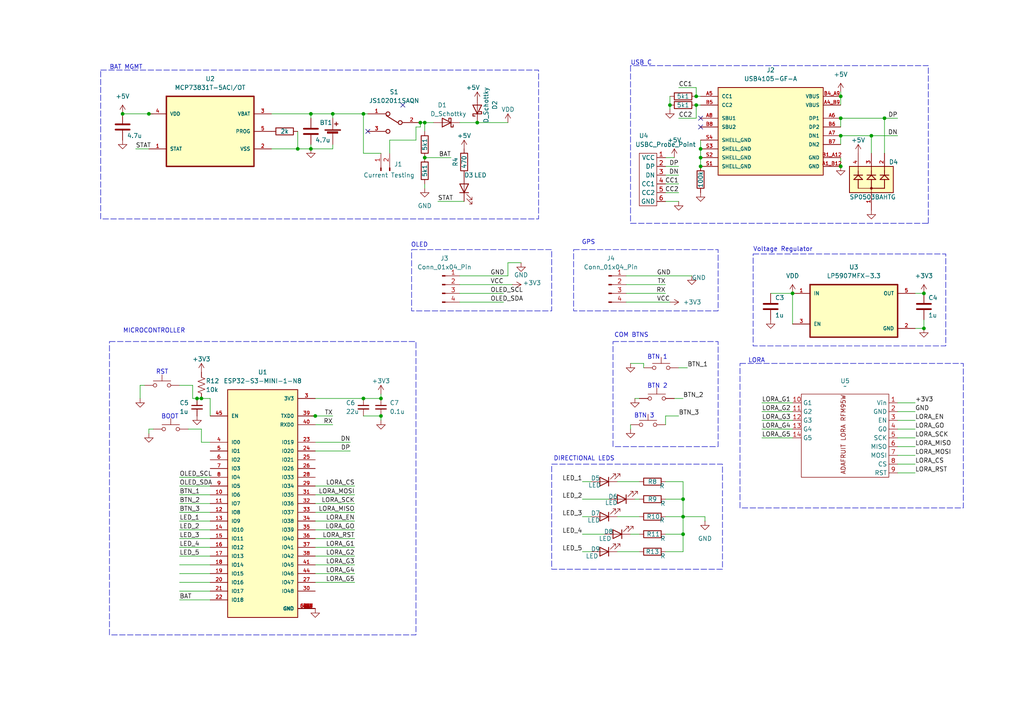
<source format=kicad_sch>
(kicad_sch (version 20231120) (generator "eeschema") (generator_version "8.0")
  (paper "A4")
  (lib_symbols
    (symbol "+3V3_1" (power) (pin_numbers hide) (pin_names (offset 0) hide)
      (property "Value" "+3V3" (at 0 3.556 0))
      (symbol "+3V3_1_1_1"
        (pin power_in line (at 0 0 90) (length 0) (name "~") (number "1"))
      )
    )
    (symbol "3V3Reg:LP5907MFX-3.3" (pin_names (offset 1.016))
      (property "Reference" "U" (at -12.7 8.62 0))
      (property "Value" "LP5907MFX-3.3" (at -7.62 -10.16 0))
      (symbol "LP5907MFX-3.3_0_0"
        (pin input line (at -17.78 5.08 0) (length 5.08) (name "IN") (number "1"))
        (pin power_in line (at 17.78 -5.08 180) (length 5.08) (name "GND") (number "2"))
        (pin input line (at -17.78 -3.81 0) (length 5.08) (name "EN") (number "3"))
        (pin output line (at 17.78 5.08 180) (length 5.08) (name "OUT") (number "5"))
      )
    )
    (symbol "Ada_LORA:Lora"
      (property "Reference" "U5" (at 12.7 3.81 0))
      (property "Value" "~" (at 12.7 2.286 0))
      (symbol "Lora_1_1"
        (text "ADAFRUIT LORA RFM95W" (at 12.192 -11.684 900) (effects (font (size 1.27 1.27))))
        (pin input line (at 27.94 -2.54 180) (length 2.54) (name "Vin") (number "1"))
        (pin input line (at -2.54 -2.54 0) (length 2.54) (name "G1") (number "10"))
        (pin input line (at -2.54 -5.08 0) (length 2.54) (name "G2") (number "11"))
        (pin input line (at -2.54 -7.62 0) (length 2.54) (name "G3") (number "12"))
        (pin input line (at -2.54 -10.16 0) (length 2.54) (name "G4") (number "13"))
        (pin input line (at -2.54 -12.7 0) (length 2.54) (name "G5") (number "14"))
        (pin input line (at 27.94 -5.08 180) (length 2.54) (name "GND") (number "2"))
        (pin input line (at 27.94 -7.62 180) (length 2.54) (name "EN") (number "3"))
        (pin input line (at 27.94 -10.16 180) (length 2.54) (name "G0") (number "4"))
        (pin input line (at 27.94 -12.7 180) (length 2.54) (name "SCK") (number "5"))
        (pin input line (at 27.94 -15.24 180) (length 2.54) (name "MISO") (number "6"))
        (pin input line (at 27.94 -17.78 180) (length 2.54) (name "MOSI") (number "7"))
        (pin input line (at 27.94 -20.32 180) (length 2.54) (name "CS") (number "8"))
        (pin input line (at 27.94 -22.86 180) (length 2.54) (name "RST") (number "9"))
      )
    )
    (symbol "Connector:Conn_01x02_Male" (pin_names (offset 1.016) hide)
      (property "Reference" "J" (at 0 2.54 0))
      (property "Value" "Conn_01x02_Male" (at 0 -5.08 0))
      (symbol "Conn_01x02_Male_1_1"
        (pin passive line (at 5.08 0 180) (length 3.81) (name "Pin_1") (number "1"))
        (pin passive line (at 5.08 -2.54 180) (length 3.81) (name "Pin_2") (number "2"))
      )
    )
    (symbol "Connector:Conn_01x04_Pin" (pin_names (offset 1.016) hide)
      (property "Reference" "J" (at 0 5.08 0))
      (property "Value" "Conn_01x04_Pin" (at 0 -7.62 0))
      (symbol "Conn_01x04_Pin_1_1"
        (pin passive line (at 5.08 2.54 180) (length 3.81) (name "Pin_1") (number "1"))
        (pin passive line (at 5.08 0 180) (length 3.81) (name "Pin_2") (number "2"))
        (pin passive line (at 5.08 -2.54 180) (length 3.81) (name "Pin_3") (number "3"))
        (pin passive line (at 5.08 -5.08 180) (length 3.81) (name "Pin_4") (number "4"))
      )
    )
    (symbol "Custom Symbols:ESP32-S3-MINI-1-N8" (pin_names (offset 1.016))
      (property "Reference" "U" (at -10.16 34.29 0))
      (property "Value" "ESP32-S3-MINI-1-N8" (at -10.16 -35.56 0))
      (symbol "ESP32-S3-MINI-1-N8_0_0"
        (pin power_in line (at 15.24 -30.48 180) (length 5.08) (name "GND") (number "1"))
        (pin bidirectional line (at -15.24 2.54 0) (length 5.08) (name "IO6") (number "10"))
        (pin bidirectional line (at -15.24 0 0) (length 5.08) (name "IO7") (number "11"))
        (pin bidirectional line (at -15.24 -2.54 0) (length 5.08) (name "IO8") (number "12"))
        (pin bidirectional line (at -15.24 -5.08 0) (length 5.08) (name "IO9") (number "13"))
        (pin bidirectional line (at -15.24 -7.62 0) (length 5.08) (name "IO10") (number "14"))
        (pin bidirectional line (at -15.24 -10.16 0) (length 5.08) (name "IO11") (number "15"))
        (pin bidirectional line (at -15.24 -12.7 0) (length 5.08) (name "IO12") (number "16"))
        (pin bidirectional line (at -15.24 -15.24 0) (length 5.08) (name "IO13") (number "17"))
        (pin bidirectional line (at -15.24 -17.78 0) (length 5.08) (name "IO14") (number "18"))
        (pin bidirectional line (at -15.24 -20.32 0) (length 5.08) (name "IO15") (number "19"))
        (pin power_in line (at 15.24 -30.48 180) (length 5.08) (name "GND") (number "2"))
        (pin bidirectional line (at -15.24 -22.86 0) (length 5.08) (name "IO16") (number "20"))
        (pin bidirectional line (at -15.24 -25.4 0) (length 5.08) (name "IO17") (number "21"))
        (pin bidirectional line (at -15.24 -27.94 0) (length 5.08) (name "IO18") (number "22"))
        (pin bidirectional line (at 15.24 17.78 180) (length 5.08) (name "IO19") (number "23"))
        (pin bidirectional line (at 15.24 15.24 180) (length 5.08) (name "IO20") (number "24"))
        (pin bidirectional line (at 15.24 12.7 180) (length 5.08) (name "IO21") (number "25"))
        (pin bidirectional line (at 15.24 10.16 180) (length 5.08) (name "IO26") (number "26"))
        (pin bidirectional line (at 15.24 -22.86 180) (length 5.08) (name "IO47") (number "27"))
        (pin bidirectional line (at 15.24 7.62 180) (length 5.08) (name "IO33") (number "28"))
        (pin bidirectional line (at 15.24 5.08 180) (length 5.08) (name "IO34") (number "29"))
        (pin power_in line (at 15.24 30.48 180) (length 5.08) (name "3V3") (number "3"))
        (pin bidirectional line (at 15.24 -25.4 180) (length 5.08) (name "IO48") (number "30"))
        (pin bidirectional line (at 15.24 2.54 180) (length 5.08) (name "IO35") (number "31"))
        (pin bidirectional line (at 15.24 0 180) (length 5.08) (name "IO36") (number "32"))
        (pin bidirectional line (at 15.24 -2.54 180) (length 5.08) (name "IO37") (number "33"))
        (pin bidirectional line (at 15.24 -5.08 180) (length 5.08) (name "IO38") (number "34"))
        (pin bidirectional line (at 15.24 -7.62 180) (length 5.08) (name "IO39") (number "35"))
        (pin bidirectional line (at 15.24 -10.16 180) (length 5.08) (name "IO40") (number "36"))
        (pin bidirectional line (at 15.24 -12.7 180) (length 5.08) (name "IO41") (number "37"))
        (pin bidirectional line (at 15.24 -15.24 180) (length 5.08) (name "IO42") (number "38"))
        (pin bidirectional line (at 15.24 25.4 180) (length 5.08) (name "TXD0") (number "39"))
        (pin bidirectional line (at -15.24 17.78 0) (length 5.08) (name "IO0") (number "4"))
        (pin bidirectional line (at 15.24 22.86 180) (length 5.08) (name "RXD0") (number "40"))
        (pin bidirectional line (at 15.24 -17.78 180) (length 5.08) (name "IO45") (number "41"))
        (pin power_in line (at 15.24 -30.48 180) (length 5.08) (name "GND") (number "42"))
        (pin power_in line (at 15.24 -30.48 180) (length 5.08) (name "GND") (number "43"))
        (pin bidirectional line (at 15.24 -20.32 180) (length 5.08) (name "IO46") (number "44"))
        (pin input line (at -15.24 25.4 0) (length 5.08) (name "EN") (number "45"))
        (pin power_in line (at 15.24 -30.48 180) (length 5.08) (name "GND") (number "46"))
        (pin power_in line (at 15.24 -30.48 180) (length 5.08) (name "GND") (number "47"))
        (pin power_in line (at 15.24 -30.48 180) (length 5.08) (name "GND") (number "48"))
        (pin power_in line (at 15.24 -30.48 180) (length 5.08) (name "GND") (number "49"))
        (pin bidirectional line (at -15.24 15.24 0) (length 5.08) (name "IO1") (number "5"))
        (pin power_in line (at 15.24 -30.48 180) (length 5.08) (name "GND") (number "50"))
        (pin power_in line (at 15.24 -30.48 180) (length 5.08) (name "GND") (number "51"))
        (pin power_in line (at 15.24 -30.48 180) (length 5.08) (name "GND") (number "52"))
        (pin power_in line (at 15.24 -30.48 180) (length 5.08) (name "GND") (number "53"))
        (pin power_in line (at 15.24 -30.48 180) (length 5.08) (name "GND") (number "54"))
        (pin power_in line (at 15.24 -30.48 180) (length 5.08) (name "GND") (number "55"))
        (pin power_in line (at 15.24 -30.48 180) (length 5.08) (name "GND") (number "56"))
        (pin power_in line (at 15.24 -30.48 180) (length 5.08) (name "GND") (number "57"))
        (pin power_in line (at 15.24 -30.48 180) (length 5.08) (name "GND") (number "58"))
        (pin power_in line (at 15.24 -30.48 180) (length 5.08) (name "GND") (number "59"))
        (pin bidirectional line (at -15.24 12.7 0) (length 5.08) (name "IO2") (number "6"))
        (pin power_in line (at 15.24 -30.48 180) (length 5.08) (name "GND") (number "60"))
        (pin power_in line (at 15.24 -30.48 180) (length 5.08) (name "GND") (number "61"))
        (pin power_in line (at 15.24 -30.48 180) (length 5.08) (name "GND") (number "61_1"))
        (pin power_in line (at 15.24 -30.48 180) (length 5.08) (name "GND") (number "61_2"))
        (pin power_in line (at 15.24 -30.48 180) (length 5.08) (name "GND") (number "61_3"))
        (pin power_in line (at 15.24 -30.48 180) (length 5.08) (name "GND") (number "61_4"))
        (pin power_in line (at 15.24 -30.48 180) (length 5.08) (name "GND") (number "61_5"))
        (pin power_in line (at 15.24 -30.48 180) (length 5.08) (name "GND") (number "61_6"))
        (pin power_in line (at 15.24 -30.48 180) (length 5.08) (name "GND") (number "61_7"))
        (pin power_in line (at 15.24 -30.48 180) (length 5.08) (name "GND") (number "61_8"))
        (pin power_in line (at 15.24 -30.48 180) (length 5.08) (name "GND") (number "62"))
        (pin power_in line (at 15.24 -30.48 180) (length 5.08) (name "GND") (number "63"))
        (pin power_in line (at 15.24 -30.48 180) (length 5.08) (name "GND") (number "64"))
        (pin power_in line (at 15.24 -30.48 180) (length 5.08) (name "GND") (number "65"))
        (pin bidirectional line (at -15.24 10.16 0) (length 5.08) (name "IO3") (number "7"))
        (pin bidirectional line (at -15.24 7.62 0) (length 5.08) (name "IO4") (number "8"))
        (pin bidirectional line (at -15.24 5.08 0) (length 5.08) (name "IO5") (number "9"))
      )
    )
    (symbol "Device:Battery_Cell" (pin_numbers hide) (pin_names (offset 0) hide)
      (property "Reference" "BT" (at 2.54 2.54 0))
      (property "Value" "Battery_Cell" (at 2.54 0 0))
      (symbol "Battery_Cell_1_1"
        (pin passive line (at 0 5.08 270) (length 2.54) (name "+") (number "1"))
        (pin passive line (at 0 -2.54 90) (length 2.54) (name "-") (number "2"))
      )
    )
    (symbol "Device:C" (pin_numbers hide) (pin_names (offset 0.254))
      (property "Reference" "C" (at 0.635 2.54 0))
      (property "Value" "C" (at 0.635 -2.54 0))
      (symbol "C_1_1"
        (pin passive line (at 0 3.81 270) (length 2.794) (name "~") (number "1"))
        (pin passive line (at 0 -3.81 90) (length 2.794) (name "~") (number "2"))
      )
    )
    (symbol "Device:C_Small" (pin_numbers hide) (pin_names (offset 0.254) hide)
      (property "Reference" "C" (at 0.254 1.778 0))
      (property "Value" "C_Small" (at 0.254 -2.032 0))
      (symbol "C_Small_1_1"
        (pin passive line (at 0 2.54 270) (length 2.032) (name "~") (number "1"))
        (pin passive line (at 0 -2.54 90) (length 2.032) (name "~") (number "2"))
      )
    )
    (symbol "Device:D_Schottky" (pin_numbers hide) (pin_names (offset 1.016) hide)
      (property "Reference" "D" (at 0 2.54 0))
      (property "Value" "D_Schottky" (at 0 -2.54 0))
      (symbol "D_Schottky_1_1"
        (pin passive line (at -3.81 0 0) (length 2.54) (name "K") (number "1"))
        (pin passive line (at 3.81 0 180) (length 2.54) (name "A") (number "2"))
      )
    )
    (symbol "Device:LED" (pin_numbers hide) (pin_names (offset 1.016) hide)
      (property "Reference" "D5" (at 3.81 0 90))
      (property "Value" "LED" (at 3.81 -2.8574 90))
      (symbol "LED_1_1"
        (pin passive line (at -3.81 0 0) (length 2.54) (name "K") (number "1"))
        (pin passive line (at 3.81 0 180) (length 2.54) (name "A") (number "2"))
      )
    )
    (symbol "Device:R" (pin_numbers hide) (pin_names (offset 0))
      (property "Reference" "R" (at 2.032 0 90))
      (property "Value" "R" (at 0 0 90))
      (symbol "R_1_1"
        (pin passive line (at 0 3.81 270) (length 1.27) (name "~") (number "1"))
        (pin passive line (at 0 -3.81 90) (length 1.27) (name "~") (number "2"))
      )
    )
    (symbol "Device:R_US" (pin_numbers hide) (pin_names (offset 0))
      (property "Reference" "R" (at 2.54 0 90))
      (property "Value" "R" (at -2.54 0 90))
      (symbol "R_US_1_1"
        (pin passive line (at 0 3.81 270) (length 1.27) (name "~") (number "1"))
        (pin passive line (at 0 -3.81 90) (length 1.27) (name "~") (number "2"))
      )
    )
    (symbol "ESD Prot:SP0503BAHTG" (pin_names (offset 1.016))
      (property "Reference" "D" (at -5.4057 5.6059 0))
      (property "Value" "SP0503BAHTG" (at -3.81 -11.43 0))
      (symbol "SP0503BAHTG_0_0"
        (pin passive line (at -6.35 -2.54 0) (length 5.08) (name "~") (number "1"))
        (pin passive line (at 10.16 -6.35 180) (length 5.08) (name "~") (number "2"))
        (pin passive line (at 10.16 -2.54 180) (length 5.08) (name "~") (number "3"))
        (pin passive line (at 10.16 1.27 180) (length 5.08) (name "~") (number "4"))
      )
    )
    (symbol "GND_1" (power) (pin_numbers hide) (pin_names (offset 0) hide)
      (property "Value" "GND" (at 0 -3.81 0))
      (symbol "GND_1_1_1"
        (pin power_in line (at 0 0 270) (length 0) (name "~") (number "1"))
      )
    )
    (symbol "GND_2" (power) (pin_numbers hide) (pin_names (offset 0) hide)
      (property "Value" "GND" (at 0 -3.81 0))
      (symbol "GND_2_1_1"
        (pin power_in line (at 0 0 270) (length 0) (name "~") (number "1"))
      )
    )
    (symbol "GND_3" (power) (pin_numbers hide) (pin_names (offset 0) hide)
      (property "Value" "GND" (at 0 -3.81 0))
      (symbol "GND_3_1_1"
        (pin power_in line (at 0 0 270) (length 0) (name "~") (number "1"))
      )
    )
    (symbol "LED_1" (pin_numbers hide) (pin_names (offset 1.016) hide)
      (property "Reference" "D" (at 0 2.54 0))
      (property "Value" "LED" (at 0 -2.54 0))
      (symbol "LED_1_1_1"
        (pin passive line (at -3.81 0 0) (length 2.54) (name "K") (number "1"))
        (pin passive line (at 3.81 0 180) (length 2.54) (name "A") (number "2"))
      )
    )
    (symbol "New_Library:USBC_Probe_Point"
      (property "Reference" "U" (at 0 0 0))
      (property "Value" "USBC_Probe_Point" (at 0 2.54 0))
      (symbol "USBC_Probe_Point_1_1"
        (pin input line (at 7.62 -1.27 180) (length 2.54) (name "VCC") (number "1"))
        (pin input line (at 7.62 -3.81 180) (length 2.54) (name "DP") (number "2"))
        (pin input line (at 7.62 -6.35 180) (length 2.54) (name "DN") (number "3"))
        (pin input line (at 7.62 -8.89 180) (length 2.54) (name "CC1") (number "4"))
        (pin input line (at 7.62 -11.43 180) (length 2.54) (name "CC2") (number "5"))
        (pin input line (at 7.62 -13.97 180) (length 2.54) (name "GND") (number "6"))
      )
    )
    (symbol "Switch:SW_Push" (pin_numbers hide) (pin_names (offset 1.016) hide)
      (property "Reference" "SW" (at 1.27 2.54 0))
      (property "Value" "SW_Push" (at 0 -1.524 0))
      (symbol "SW_Push_0_1"
        (pin passive line (at -5.08 0 0) (length 2.54) (name "1") (number "1"))
        (pin passive line (at 5.08 0 180) (length 2.54) (name "2") (number "2"))
      )
    )
    (symbol "USB C:USB4105-GF-A" (pin_names (offset 1.016))
      (property "Reference" "J" (at -15.24 13.97 0))
      (property "Value" "USB4105-GF-A" (at -15.24 -15.24 0))
      (symbol "USB4105-GF-A_0_0"
        (pin power_in line (at 20.32 -10.16 180) (length 5.08) (name "GND") (number "A1_B12"))
        (pin power_in line (at 20.32 7.62 180) (length 5.08) (name "VBUS") (number "A4_B9"))
        (pin bidirectional line (at -20.32 10.16 0) (length 5.08) (name "CC1") (number "A5"))
        (pin bidirectional line (at 20.32 3.81 180) (length 5.08) (name "DP1") (number "A6"))
        (pin bidirectional line (at 20.32 -1.27 180) (length 5.08) (name "DN1") (number "A7"))
        (pin bidirectional line (at -20.32 3.81 0) (length 5.08) (name "SBU1") (number "A8"))
        (pin power_in line (at 20.32 -7.62 180) (length 5.08) (name "GND") (number "B1_A12"))
        (pin power_in line (at 20.32 10.16 180) (length 5.08) (name "VBUS") (number "B4_A9"))
        (pin bidirectional line (at -20.32 7.62 0) (length 5.08) (name "CC2") (number "B5"))
        (pin bidirectional line (at 20.32 1.27 180) (length 5.08) (name "DP2") (number "B6"))
        (pin bidirectional line (at 20.32 -3.81 180) (length 5.08) (name "DN2") (number "B7"))
        (pin bidirectional line (at -20.32 1.27 0) (length 5.08) (name "SBU2") (number "B8"))
        (pin power_in line (at -20.32 -10.16 0) (length 5.08) (name "SHELL_GND") (number "S1"))
        (pin power_in line (at -20.32 -7.62 0) (length 5.08) (name "SHELL_GND") (number "S2"))
        (pin power_in line (at -20.32 -5.08 0) (length 5.08) (name "SHELL_GND") (number "S3"))
        (pin power_in line (at -20.32 -2.54 0) (length 5.08) (name "SHELL_GND") (number "S4"))
      )
    )
    (symbol "mcp738:MCP73831T-5ACI/OT" (pin_names (offset 1.016))
      (property "Reference" "U" (at -4.1224 10.077 0))
      (property "Value" "MCP73831T-5ACI{slash}OT" (at -8.89 -15.24 0))
      (symbol "MCP73831T-5ACI/OT_0_0"
        (pin output line (at -17.78 -7.62 0) (length 5.08) (name "STAT") (number "1"))
        (pin power_in line (at 17.78 -7.62 180) (length 5.08) (name "VSS") (number "2"))
        (pin output line (at 17.78 2.54 180) (length 5.08) (name "VBAT") (number "3"))
        (pin power_in line (at -17.78 2.54 0) (length 5.08) (name "VDD") (number "4"))
        (pin input line (at 17.78 -2.54 180) (length 5.08) (name "PROG") (number "5"))
      )
    )
    (symbol "power:+3V3" (power) (pin_names (offset 0))
      (property "Value" "+3V3" (at 0 3.556 0))
      (symbol "+3V3_1_1"
        (pin power_in line (at 0 0 90) (length 0) hide (name "+3V3") (number "1"))
      )
    )
    (symbol "power:+5V" (power) (pin_names (offset 0))
      (property "Value" "+5V" (at 0 3.556 0))
      (symbol "+5V_1_1"
        (pin power_in line (at 0 0 90) (length 0) hide (name "+5V") (number "1"))
      )
    )
    (symbol "power:GND" (power) (pin_names (offset 0))
      (property "Value" "GND" (at 0 -3.81 0))
      (symbol "GND_1_1"
        (pin power_in line (at 0 0 270) (length 0) hide (name "GND") (number "1"))
      )
    )
    (symbol "power:VDD" (power) (pin_names (offset 0))
      (property "Value" "VDD" (at 0 3.81 0))
      (symbol "VDD_1_1"
        (pin power_in line (at 0 0 90) (length 0) hide (name "VDD") (number "1"))
      )
    )
    (symbol "slide switch v3:JS102011SAQN" (pin_names (offset 1.016))
      (property "Reference" "S" (at -7.6229 5.0819 0))
      (property "Value" "JS102011SAQN" (at -7.6286 -5.0857 0))
      (symbol "JS102011SAQN_0_0"
        (pin passive line (at -7.62 2.54 0) (length 5.08) (name "~") (number "1"))
        (pin passive line (at 7.62 0 180) (length 5.08) (name "~") (number "2"))
        (pin passive line (at -7.62 -2.54 0) (length 5.08) (name "~") (number "3"))
      )
    )
  )
  (junction (at 243.84 27.94))
  (junction (at 96.52 33.02))
  (junction (at 91.44 120.65))
  (junction (at 201.93 30.48))
  (junction (at 110.49 115.57))
  (junction (at 256.54 34.29))
  (junction (at 90.17 33.02))
  (junction (at 267.97 85.09))
  (junction (at 110.49 120.65))
  (junction (at 35.56 33.02))
  (junction (at 267.97 95.25))
  (junction (at 86.36 43.18))
  (junction (at 243.84 34.29))
  (junction (at 138.43 35.56))
  (junction (at 243.84 48.26))
  (junction (at 105.41 115.57))
  (junction (at 123.19 45.72))
  (junction (at 58.42 115.57))
  (junction (at 203.2 48.26))
  (junction (at 198.12 154.94))
  (junction (at 243.84 39.37))
  (junction (at 198.12 144.78))
  (junction (at 229.87 85.09))
  (junction (at 105.41 33.02))
  (junction (at 201.93 27.94))
  (junction (at 90.17 43.18))
  (junction (at 203.2 43.18))
  (junction (at 198.12 149.86))
  (junction (at 121.92 35.56))
  (junction (at 123.19 35.56))
  (junction (at 43.18 33.02))
  (junction (at 252.73 39.37))
  (junction (at 57.15 115.57))
  (junction (at 194.31 30.48))
  (junction (at 203.2 45.72))
  (no_connect (at 203.2 36.83))
  (no_connect (at 116.84 30.48))
  (no_connect (at 106.68 38.1))
  (no_connect (at 203.2 34.29))
  (wire (pts (xy 52.07 153.67) (xy 60.96 153.67)))
  (wire (pts (xy 55.88 111.76) (xy 55.88 115.57)))
  (wire (pts (xy 123.19 38.1) (xy 123.19 35.56)))
  (wire (pts (xy 90.17 120.65) (xy 91.44 120.65)))
  (wire (pts (xy 105.41 33.02) (xy 105.41 44.45)))
  (wire (pts (xy 133.35 87.63) (xy 146.05 87.63)))
  (wire (pts (xy 252.73 39.37) (xy 252.73 44.45)))
  (wire (pts (xy 52.07 166.37) (xy 60.96 166.37)))
  (wire (pts (xy 91.44 140.97) (xy 102.87 140.97)))
  (wire (pts (xy 193.04 55.88) (xy 196.85 55.88)))
  (wire (pts (xy 265.43 85.09) (xy 267.97 85.09)))
  (wire (pts (xy 110.49 114.3) (xy 110.49 115.57)))
  (wire (pts (xy 193.04 139.7) (xy 198.12 139.7)))
  (wire (pts (xy 133.35 85.09) (xy 146.05 85.09)))
  (polyline (pts (xy 196.85 19.05) (xy 182.88 19.05)) (stroke (width 0) (type dash)))
  (wire (pts (xy 203.2 40.64) (xy 203.2 43.18)))
  (wire (pts (xy 78.74 43.18) (xy 86.36 43.18)))
  (wire (pts (xy 193.04 45.72) (xy 195.58 45.72)))
  (wire (pts (xy 91.44 123.19) (xy 96.52 123.19)))
  (wire (pts (xy 182.88 123.19) (xy 182.88 124.46)))
  (wire (pts (xy 105.41 115.57) (xy 110.49 115.57)))
  (wire (pts (xy 204.47 149.86) (xy 204.47 151.13)))
  (wire (pts (xy 90.17 43.18) (xy 90.17 41.91)))
  (wire (pts (xy 256.54 34.29) (xy 260.35 34.29)))
  (wire (pts (xy 220.98 116.84) (xy 229.87 116.84)))
  (wire (pts (xy 147.32 76.2) (xy 151.13 76.2)))
  (wire (pts (xy 133.35 35.56) (xy 138.43 35.56)))
  (wire (pts (xy 110.49 121.92) (xy 110.49 120.65)))
  (wire (pts (xy 193.04 149.86) (xy 198.12 149.86)))
  (wire (pts (xy 168.91 144.78) (xy 176.53 144.78)))
  (wire (pts (xy 243.84 39.37) (xy 252.73 39.37)))
  (wire (pts (xy 96.52 33.02) (xy 105.41 33.02)))
  (wire (pts (xy 91.44 120.65) (xy 96.52 120.65)))
  (wire (pts (xy 86.36 43.18) (xy 90.17 43.18)))
  (wire (pts (xy 120.65 40.64) (xy 120.65 36.83)))
  (wire (pts (xy 260.35 116.84) (xy 265.43 116.84)))
  (wire (pts (xy 196.85 25.4) (xy 201.93 25.4)))
  (wire (pts (xy 110.49 44.45) (xy 105.41 44.45)))
  (wire (pts (xy 267.97 95.25) (xy 267.97 92.71)))
  (wire (pts (xy 260.35 134.62) (xy 265.43 134.62)))
  (wire (pts (xy 52.07 148.59) (xy 60.96 148.59)))
  (wire (pts (xy 35.56 33.02) (xy 43.18 33.02)))
  (wire (pts (xy 243.84 27.94) (xy 243.84 30.48)))
  (polyline (pts (xy 269.24 64.77) (xy 269.24 19.05)) (stroke (width 0) (type dash)))
  (wire (pts (xy 133.35 82.55) (xy 148.59 82.55)))
  (wire (pts (xy 39.37 43.18) (xy 43.18 43.18)))
  (wire (pts (xy 40.64 111.76) (xy 40.64 115.57)))
  (wire (pts (xy 40.64 111.76) (xy 41.91 111.76)))
  (wire (pts (xy 184.15 144.78) (xy 185.42 144.78)))
  (wire (pts (xy 52.07 163.83) (xy 60.96 163.83)))
  (wire (pts (xy 182.88 154.94) (xy 185.42 154.94)))
  (wire (pts (xy 220.98 121.92) (xy 229.87 121.92)))
  (wire (pts (xy 193.04 53.34) (xy 196.85 53.34)))
  (wire (pts (xy 52.07 138.43) (xy 60.96 138.43)))
  (wire (pts (xy 256.54 34.29) (xy 256.54 44.45)))
  (wire (pts (xy 201.93 27.94) (xy 203.2 27.94)))
  (wire (pts (xy 58.42 115.57) (xy 60.96 115.57)))
  (wire (pts (xy 96.52 33.02) (xy 96.52 34.29)))
  (wire (pts (xy 260.35 119.38) (xy 265.43 119.38)))
  (wire (pts (xy 201.93 30.48) (xy 203.2 30.48)))
  (wire (pts (xy 198.12 160.02) (xy 198.12 154.94)))
  (wire (pts (xy 252.73 39.37) (xy 260.35 39.37)))
  (wire (pts (xy 91.44 151.13) (xy 102.87 151.13)))
  (wire (pts (xy 168.91 154.94) (xy 175.26 154.94)))
  (wire (pts (xy 260.35 137.16) (xy 265.43 137.16)))
  (wire (pts (xy 260.35 124.46) (xy 265.43 124.46)))
  (wire (pts (xy 91.44 156.21) (xy 102.87 156.21)))
  (wire (pts (xy 243.84 39.37) (xy 243.84 41.91)))
  (wire (pts (xy 168.91 139.7) (xy 171.45 139.7)))
  (wire (pts (xy 201.93 25.4) (xy 201.93 27.94)))
  (wire (pts (xy 181.61 80.01) (xy 200.66 80.01)))
  (wire (pts (xy 186.69 106.68) (xy 186.69 105.41)))
  (wire (pts (xy 223.52 85.09) (xy 229.87 85.09)))
  (wire (pts (xy 58.42 124.46) (xy 58.42 128.27)))
  (wire (pts (xy 113.03 44.45) (xy 113.03 40.64)))
  (wire (pts (xy 194.31 27.94) (xy 194.31 30.48)))
  (wire (pts (xy 138.43 35.56) (xy 147.32 35.56)))
  (wire (pts (xy 91.44 143.51) (xy 102.87 143.51)))
  (wire (pts (xy 147.32 76.2) (xy 147.32 80.01)))
  (wire (pts (xy 168.91 149.86) (xy 171.45 149.86)))
  (wire (pts (xy 52.07 168.91) (xy 60.96 168.91)))
  (wire (pts (xy 52.07 111.76) (xy 55.88 111.76)))
  (wire (pts (xy 179.07 139.7) (xy 185.42 139.7)))
  (wire (pts (xy 91.44 168.91) (xy 102.87 168.91)))
  (wire (pts (xy 125.73 35.56) (xy 123.19 35.56)))
  (wire (pts (xy 91.44 148.59) (xy 102.87 148.59)))
  (wire (pts (xy 181.61 87.63) (xy 194.31 87.63)))
  (wire (pts (xy 91.44 128.27) (xy 101.6 128.27)))
  (wire (pts (xy 193.04 58.42) (xy 196.85 58.42)))
  (wire (pts (xy 91.44 130.81) (xy 101.6 130.81)))
  (wire (pts (xy 43.18 125.73) (xy 43.18 124.46)))
  (wire (pts (xy 91.44 115.57) (xy 105.41 115.57)))
  (wire (pts (xy 179.07 149.86) (xy 185.42 149.86)))
  (wire (pts (xy 260.35 127) (xy 265.43 127)))
  (wire (pts (xy 193.04 154.94) (xy 198.12 154.94)))
  (wire (pts (xy 198.12 149.86) (xy 204.47 149.86)))
  (wire (pts (xy 265.43 95.25) (xy 267.97 95.25)))
  (wire (pts (xy 186.69 105.41) (xy 182.88 105.41)))
  (wire (pts (xy 181.61 82.55) (xy 193.04 82.55)))
  (polyline (pts (xy 182.88 64.77) (xy 269.24 64.77)) (stroke (width 0) (type dash)))
  (wire (pts (xy 203.2 43.18) (xy 203.2 45.72)))
  (wire (pts (xy 198.12 149.86) (xy 198.12 154.94)))
  (wire (pts (xy 179.07 160.02) (xy 185.42 160.02)))
  (wire (pts (xy 54.61 124.46) (xy 58.42 124.46)))
  (wire (pts (xy 123.19 45.72) (xy 130.81 45.72)))
  (wire (pts (xy 260.35 132.08) (xy 265.43 132.08)))
  (wire (pts (xy 57.15 115.57) (xy 58.42 115.57)))
  (wire (pts (xy 198.12 139.7) (xy 198.12 144.78)))
  (wire (pts (xy 86.36 38.1) (xy 86.36 43.18)))
  (wire (pts (xy 123.19 53.34) (xy 123.19 54.61)))
  (wire (pts (xy 120.65 36.83) (xy 121.92 36.83)))
  (wire (pts (xy 105.41 33.02) (xy 106.68 33.02)))
  (wire (pts (xy 138.43 29.21) (xy 138.43 27.94)))
  (wire (pts (xy 201.93 34.29) (xy 201.93 30.48)))
  (wire (pts (xy 58.42 128.27) (xy 60.96 128.27)))
  (wire (pts (xy 243.84 45.72) (xy 243.84 48.26)))
  (wire (pts (xy 147.32 80.01) (xy 133.35 80.01)))
  (wire (pts (xy 220.98 119.38) (xy 229.87 119.38)))
  (wire (pts (xy 43.18 33.02) (xy 44.45 33.02)))
  (wire (pts (xy 181.61 85.09) (xy 193.04 85.09)))
  (polyline (pts (xy 182.88 19.05) (xy 182.88 64.77)) (stroke (width 0) (type dash)))
  (wire (pts (xy 193.04 144.78) (xy 198.12 144.78)))
  (wire (pts (xy 91.44 153.67) (xy 102.87 153.67)))
  (wire (pts (xy 52.07 161.29) (xy 60.96 161.29)))
  (wire (pts (xy 260.35 121.92) (xy 265.43 121.92)))
  (wire (pts (xy 260.35 129.54) (xy 265.43 129.54)))
  (wire (pts (xy 90.17 43.18) (xy 96.52 43.18)))
  (wire (pts (xy 91.44 158.75) (xy 102.87 158.75)))
  (wire (pts (xy 193.04 160.02) (xy 198.12 160.02)))
  (wire (pts (xy 243.84 26.67) (xy 243.84 27.94)))
  (wire (pts (xy 198.12 144.78) (xy 198.12 149.86)))
  (wire (pts (xy 185.42 115.57) (xy 184.15 115.57)))
  (wire (pts (xy 52.07 158.75) (xy 60.96 158.75)))
  (wire (pts (xy 78.74 33.02) (xy 90.17 33.02)))
  (wire (pts (xy 243.84 34.29) (xy 243.84 36.83)))
  (wire (pts (xy 91.44 166.37) (xy 102.87 166.37)))
  (wire (pts (xy 60.96 115.57) (xy 60.96 120.65)))
  (wire (pts (xy 55.88 115.57) (xy 57.15 115.57)))
  (wire (pts (xy 52.07 171.45) (xy 60.96 171.45)))
  (wire (pts (xy 52.07 173.99) (xy 60.96 173.99)))
  (wire (pts (xy 96.52 43.18) (xy 96.52 41.91)))
  (wire (pts (xy 196.85 34.29) (xy 201.93 34.29)))
  (wire (pts (xy 90.17 33.02) (xy 90.17 34.29)))
  (wire (pts (xy 43.18 124.46) (xy 44.45 124.46)))
  (wire (pts (xy 52.07 143.51) (xy 60.96 143.51)))
  (polyline (pts (xy 196.85 19.05) (xy 269.24 19.05)) (stroke (width 0) (type dash)))
  (wire (pts (xy 195.58 115.57) (xy 198.12 115.57)))
  (wire (pts (xy 123.19 35.56) (xy 121.92 35.56)))
  (wire (pts (xy 193.04 50.8) (xy 196.85 50.8)))
  (wire (pts (xy 229.87 85.09) (xy 229.87 93.98)))
  (wire (pts (xy 91.44 146.05) (xy 102.87 146.05)))
  (wire (pts (xy 168.91 160.02) (xy 171.45 160.02)))
  (wire (pts (xy 52.07 151.13) (xy 60.96 151.13)))
  (wire (pts (xy 220.98 127) (xy 229.87 127)))
  (wire (pts (xy 91.44 163.83) (xy 102.87 163.83)))
  (wire (pts (xy 91.44 161.29) (xy 102.87 161.29)))
  (wire (pts (xy 105.41 120.65) (xy 110.49 120.65)))
  (wire (pts (xy 52.07 146.05) (xy 60.96 146.05)))
  (wire (pts (xy 196.85 106.68) (xy 199.39 106.68)))
  (wire (pts (xy 134.62 58.42) (xy 127 58.42)))
  (wire (pts (xy 52.07 140.97) (xy 60.96 140.97)))
  (wire (pts (xy 193.04 120.65) (xy 196.85 120.65)))
  (wire (pts (xy 52.07 156.21) (xy 60.96 156.21)))
  (wire (pts (xy 121.92 36.83) (xy 121.92 35.56)))
  (wire (pts (xy 90.17 33.02) (xy 96.52 33.02)))
  (wire (pts (xy 193.04 48.26) (xy 196.85 48.26)))
  (wire (pts (xy 194.31 31.75) (xy 194.31 30.48)))
  (wire (pts (xy 203.2 45.72) (xy 203.2 48.26)))
  (wire (pts (xy 220.98 124.46) (xy 229.87 124.46)))
  (wire (pts (xy 243.84 34.29) (xy 256.54 34.29)))
  (wire (pts (xy 193.04 120.65) (xy 193.04 123.19)))
  (wire (pts (xy 113.03 40.64) (xy 120.65 40.64)))
  (rectangle (start 160.02 134.62) (end 209.55 165.1) (stroke (width 0) (type dash)))
  (rectangle (start 177.8 99.06) (end 208.28 129.54) (stroke (width 0) (type dash)))
  (rectangle (start 31.75 99.06) (end 120.65 184.15) (stroke (width 0) (type dash)))
  (rectangle (start 214.63 105.41) (end 279.4 147.32) (stroke (width 0) (type dash)))
  (rectangle (start 119.38 72.39) (end 160.02 90.17) (stroke (width 0) (type dash)))
  (rectangle (start 218.44 73.66) (end 274.32 100.33) (stroke (width 0) (type dash)))
  (rectangle (start 166.37 72.39) (end 208.28 90.17) (stroke (width 0) (type dash)))
  (rectangle (start 29.21 20.32) (end 156.21 63.5) (stroke (width 0) (type dash)))
  (text "GPS\n" (at 170.688 70.358 0) (effects (font (size 1.27 1.27))))
  (text "OLED" (at 121.666 71.12 0) (effects (font (size 1.27 1.27))))
  (text "RST" (at 45.212 108.712 0) (effects (font (size 1.27 1.27)) (justify left bottom)))
  (text "COM BTNS" (at 183.134 97.282 0) (effects (font (size 1.27 1.27))))
  (text "USB C" (at 182.88 19.05 0) (effects (font (size 1.27 1.27)) (justify left bottom)))
  (text "BTN 2" (at 187.706 112.776 0) (effects (font (size 1.27 1.27)) (justify left bottom)))
  (text "BOOT" (at 46.736 121.666 0) (effects (font (size 1.27 1.27)) (justify left bottom)))
  (text "BAT MGMT" (at 31.75 20.32 0) (effects (font (size 1.27 1.27)) (justify left bottom)))
  (text "Voltage Regulator" (at 227.076 72.39 0) (effects (font (size 1.27 1.27))))
  (text "LORA\n" (at 219.456 104.648 0) (effects (font (size 1.27 1.27))))
  (text "BTN 3\n" (at 183.896 121.412 0) (effects (font (size 1.27 1.27)) (justify left bottom)))
  (text "BTN 1" (at 187.706 104.394 0) (effects (font (size 1.27 1.27)) (justify left bottom)))
  (text "MICROCONTROLLER" (at 44.704 96.012 0) (effects (font (size 1.27 1.27))))
  (text "DIRECTIONAL LEDS" (at 169.418 133.096 0) (effects (font (size 1.27 1.27))))
  (label "BTN_3" (at 196.85 120.65 0))
  (label "VCC" (at 190.5 87.63 0))
  (label "DN" (at 196.85 50.8 180))
  (label "CC2" (at 196.85 55.88 180))
  (label "LORA_GO" (at 265.43 124.46 0))
  (label "LED_2" (at 52.07 153.67 0))
  (label "BTN_2" (at 198.12 115.57 0))
  (label "LORA_G5" (at 102.87 168.91 180))
  (label "LED_5" (at 168.91 160.02 180))
  (label "LORA_MISO" (at 102.87 148.59 180))
  (label "LORA_SCK" (at 265.43 127 0))
  (label "LORA_RST" (at 265.43 137.16 0))
  (label "CC2" (at 196.85 34.29 0))
  (label "BTN_1" (at 199.39 106.68 0))
  (label "GND" (at 265.43 119.38 0))
  (label "STAT" (at 127 58.42 0))
  (label "+3V3" (at 265.43 116.84 0))
  (label "LORA_SCK" (at 102.87 146.05 180))
  (label "OLED_SCL" (at 142.24 85.09 0))
  (label "OLED_SCL" (at 52.07 138.43 0))
  (label "LORA_G2" (at 102.87 161.29 180))
  (label "LORA_CS" (at 265.43 134.62 0))
  (label "LORA_MOSI" (at 265.43 132.08 0))
  (label "LORA_G4" (at 102.87 166.37 180))
  (label "BAT" (at 130.81 45.72 180))
  (label "BAT" (at 52.07 173.99 0))
  (label "BTN_2" (at 52.07 146.05 0))
  (label "LED_3" (at 168.91 149.86 180))
  (label "OLED_SDA" (at 52.07 140.97 0))
  (label "CC1" (at 196.85 25.4 0))
  (label "GND" (at 190.5 80.01 0))
  (label "LORA_G3" (at 102.87 163.83 180))
  (label "LORA_G5" (at 220.98 127 0))
  (label "LED_1" (at 168.91 139.7 180))
  (label "TX" (at 193.04 82.55 180))
  (label "DN" (at 260.35 39.37 180))
  (label "BTN_3" (at 52.07 148.59 0))
  (label "TX" (at 96.52 120.65 180))
  (label "DP" (at 101.6 130.81 180))
  (label "LORA_G2" (at 220.98 119.38 0))
  (label "LED_4" (at 168.91 154.94 180))
  (label "LORA_G1" (at 102.87 158.75 180))
  (label "LORA_G3" (at 220.98 121.92 0))
  (label "LORA_GO" (at 102.87 153.67 180))
  (label "RX" (at 96.52 123.19 180))
  (label "LED_1" (at 52.07 151.13 0))
  (label "LORA_EN" (at 265.43 121.92 0))
  (label "LED_3" (at 52.07 156.21 0))
  (label "LORA_RST" (at 102.87 156.21 180))
  (label "LORA_EN" (at 102.87 151.13 180))
  (label "OLED_SDA" (at 142.24 87.63 0))
  (label "DP" (at 196.85 48.26 180))
  (label "RX" (at 193.04 85.09 180))
  (label "LED_4" (at 52.07 158.75 0))
  (label "LORA_MISO" (at 265.43 129.54 0))
  (label "LORA_CS" (at 102.87 140.97 180))
  (label "LORA_G4" (at 220.98 124.46 0))
  (label "LED_2" (at 168.91 144.78 180))
  (label "LED_5" (at 52.07 161.29 0))
  (label "CC1" (at 196.85 53.34 180))
  (label "LORA_G1" (at 220.98 116.84 0))
  (label "DN" (at 101.6 128.27 180))
  (label "BTN_1" (at 52.07 143.51 0))
  (label "DP" (at 260.35 34.29 180))
  (label "LORA_MOSI" (at 102.87 143.51 180))
  (label "VCC" (at 142.24 82.55 0))
  (label "STAT" (at 39.37 43.18 0))
  (label "GND" (at 142.24 80.01 0))
  (symbol (lib_id "power:VDD") (at 147.32 35.56 0) (unit 1)
    (property "Reference" "#PWR011" (effects (hide yes)))
    (property "Value" "VDD" (at 147.32 31.75 0))
  )
  (symbol (lib_id "Device:R") (at 198.12 27.94 90) (unit 1)
    (property "Reference" "R5" (effects (hide yes)))
    (property "Value" "5k1" (at 198.12 27.94 90))
    (property "Footprint" "Resistor_SMD:R_0402_1005Metric" (effects (hide yes)))
    (property "MANUFACTURER" "ERJ-2RKF5101X" (effects (hide yes)))
  )
  (symbol (lib_name "GND_3") (lib_id "power:GND") (at 204.47 151.13 0) (unit 1)
    (property "Reference" "#PWR034" (effects (hide yes)))
    (property "Value" "GND" (at 204.47 156.21 0))
    (property "Description" "Power symbol creates a global label with name \"GND\" , ground" (effects (hide yes)))
  )
  (symbol (lib_id "Device:R") (at 82.55 38.1 270) (unit 1)
    (property "Reference" "R1" (effects (hide yes)))
    (property "Value" "2k" (at 82.55 38.1 90))
    (property "Footprint" "Resistor_SMD:R_0402_1005Metric" (effects (hide yes)))
    (property "MANUFACTURER" "ERJ-H2RD2001X" (effects (hide yes)))
  )
  (symbol (lib_id "power:GND") (at 182.88 124.46 0) (unit 1)
    (property "Reference" "#PWR029" (effects (hide yes)))
    (property "Value" "GND" (effects (hide yes)))
  )
  (symbol (lib_id "power:+5V") (at 35.56 33.02 0) (unit 1)
    (property "Reference" "#PWR01" (effects (hide yes)))
    (property "Value" "+5V" (at 35.56 27.94 0))
  )
  (symbol (lib_id "power:GND") (at 184.15 115.57 0) (unit 1)
    (property "Reference" "#PWR023" (effects (hide yes)))
    (property "Value" "GND" (effects (hide yes)))
  )
  (symbol (lib_id "power:+5V") (at 195.58 45.72 0) (unit 1)
    (property "Reference" "#PWR013" (effects (hide yes)))
    (property "Value" "+5V" (at 195.58 40.64 0))
  )
  (symbol (lib_id "Device:R") (at 123.19 41.91 180) (unit 1)
    (property "Reference" "R2" (effects (hide yes)))
    (property "Value" "5k1" (at 123.19 41.91 90))
    (property "Footprint" "Resistor_SMD:R_0402_1005Metric" (effects (hide yes)))
    (property "MANUFACTURER" "ERJ-2RKF5101X" (effects (hide yes)))
  )
  (symbol (lib_id "power:GND") (at 35.56 40.64 0) (unit 1)
    (property "Reference" "#PWR02" (effects (hide yes)))
    (property "Value" "GND" (effects (hide yes)))
  )
  (symbol (lib_id "Switch:SW_Push") (at 46.99 111.76 0) (unit 1)
    (property "Reference" "SW1" (effects (hide yes)))
    (property "Value" "Boot" (effects (hide yes)))
    (property "Footprint" "Button_Switch_SMD:SW_Push_1P1T_NO_Vertical_Wuerth_434133025816" (effects (hide yes)))
    (property "MANUFACTURER" "434133025816" (effects (hide yes)))
  )
  (symbol (lib_id "power:GND") (at 91.44 176.53 0) (unit 1)
    (property "Reference" "#PWR026" (effects (hide yes)))
    (property "Value" "GND" (effects (hide yes)))
  )
  (symbol (lib_id "Device:C_Small") (at 57.15 118.11 0) (unit 1)
    (property "Reference" "C5" (at 52.07 116.84 0) (effects (justify left)))
    (property "Value" "1u" (at 52.07 119.38 0) (effects (justify left)))
    (property "Footprint" "Capacitor_SMD:C_0402_1005Metric" (effects (hide yes)))
  )
  (symbol (lib_id "Device:R") (at 134.62 46.99 0) (unit 1)
    (property "Reference" "R4" (at 132.08 46.99 90))
    (property "Value" "470" (at 134.62 46.99 90))
    (property "Footprint" "Resistor_SMD:R_0402_1005Metric" (effects (hide yes)))
    (property "MANUFACTURER" " ERJ-H2RD4700X" (effects (hide yes)))
  )
  (symbol (lib_name "LED_1") (lib_id "Device:LED") (at 175.26 160.02 180) (unit 1)
    (property "Reference" "D9" (at 172.72 159.258 0))
    (property "Value" "LED" (at 171.704 161.29 0))
    (property "Description" "Light emitting diode" (effects (hide yes)))
  )
  (symbol (lib_id "power:GND") (at 267.97 95.25 0) (unit 1)
    (property "Reference" "#PWR08" (effects (hide yes)))
    (property "Value" "GND" (effects (hide yes)))
  )
  (symbol (lib_id "Device:C") (at 223.52 88.9 0) (unit 1)
    (property "Reference" "C3" (at 224.79 86.36 0) (effects (justify left)))
    (property "Value" "1u" (at 224.79 91.44 0) (effects (justify left)))
    (property "Footprint" "Capacitor_SMD:C_0402_1005Metric" (effects (hide yes)))
    (property "MANUFACTURER" " GCM155C71A105KE38D" (effects (hide yes)))
  )
  (symbol (lib_name "LED_1") (lib_id "Device:LED") (at 175.26 149.86 180) (unit 1)
    (property "Reference" "D7" (at 172.72 148.844 0))
    (property "Value" "LED" (at 172.212 150.876 0))
    (property "Description" "Light emitting diode" (effects (hide yes)))
  )
  (symbol (lib_id "Switch:SW_Push") (at 190.5 115.57 0) (unit 1)
    (property "Reference" "SW5" (effects (hide yes)))
    (property "Value" "Boot" (effects (hide yes)))
    (property "Footprint" "Button_Switch_SMD:SW_Push_1P1T_NO_Vertical_Wuerth_434133025816" (effects (hide yes)))
    (property "MANUFACTURER" "434133025816" (effects (hide yes)))
  )
  (symbol (lib_id "slide switch v3:JS102011SAQN") (at 114.3 35.56 0) (unit 1)
    (property "Reference" "S1" (at 114.3 26.67 0))
    (property "Value" "JS102011SAQN" (at 114.3 29.21 0))
    (property "Footprint" "slide switch v3:SW_JS102011SAQN" (effects (hide yes)))
    (property "Datasheet" "JS102011SAQN" (effects (hide yes)))
    (property "MANUFACTURER" "JS102011SAQN" (effects (hide yes)))
  )
  (symbol (lib_id "Custom Symbols:ESP32-S3-MINI-1-N8") (at 76.2 146.05 0) (unit 1)
    (property "Reference" "U1" (at 76.2 107.95 0))
    (property "Value" "ESP32-S3-MINI-1-N8" (at 76.2 110.49 0))
    (property "Footprint" "MyFootprints:XCVR_ESP32-S3-MINI-1-N8" (effects (hide yes)))
    (property "Description" "\nBluetooth, WiFi 802.11b/g/n, Bluetooth v5.0 Transceiver Module 2.4GHz PCB Trace Surface Mount\n" (effects (hide yes)))
    (property "MF" "Espressif Systems" (effects (hide yes)))
    (property "MAXIMUM_PACKAGE_HEIGHT" "2.55mm" (effects (hide yes)))
    (property "Package" "None" (effects (hide yes)))
    (property "Price" "None" (effects (hide yes)))
    (property "Check_prices" "https://www.snapeda.com/parts/ESP32-S3-MINI-1-N8/Espressif+Systems/view-part/?ref=eda" (effects (hide yes)))
    (property "STANDARD" "Manufacturer Recommendations" (effects (hide yes)))
    (property "PARTREV" "v0.6" (effects (hide yes)))
    (property "SnapEDA_Link" "https://www.snapeda.com/parts/ESP32-S3-MINI-1-N8/Espressif+Systems/view-part/?ref=snap" (effects (hide yes)))
    (property "MP" "ESP32-S3-MINI-1-N8" (effects (hide yes)))
    (property "Purchase-URL" "https://www.snapeda.com/api/url_track_click_mouser/?unipart_id=8941370&manufacturer=Espressif Systems&part_name=ESP32-S3-MINI-1-N8&search_term=esp32 s3 mini" (effects (hide yes)))
    (property "Availability" "In Stock" (effects (hide yes)))
  )
  (symbol (lib_id "Device:C") (at 35.56 36.83 0) (unit 1)
    (property "Reference" "C1" (effects (hide yes)))
    (property "Value" "4.7u" (at 36.83 39.37 0) (effects (justify left)))
    (property "Footprint" "Capacitor_SMD:C_0402_1005Metric" (effects (hide yes)))
    (property "MANUFACTURER" "GRM155R60J475ME87D" (effects (hide yes)))
  )
  (symbol (lib_name "LED_1") (lib_id "Device:LED") (at 180.34 144.78 180) (unit 1)
    (property "Reference" "D6" (at 177.8 144.018 0))
    (property "Value" "LED" (at 177.292 145.796 0))
    (property "Description" "Light emitting diode" (effects (hide yes)))
  )
  (symbol (lib_id "power:GND") (at 223.52 92.71 0) (unit 1)
    (property "Reference" "#PWR05" (effects (hide yes)))
    (property "Value" "GND" (effects (hide yes)))
  )
  (symbol (lib_id "Device:LED") (at 134.62 54.61 90) (unit 1)
    (property "Reference" "D3" (at 134.62 50.8 90) (effects (justify right)))
    (property "Value" "LED" (at 137.4774 50.8 90) (effects (justify right)))
    (property "Footprint" "LED_SMD:LED_0603_1608Metric" (effects (hide yes)))
    (property "MANUFACTURER" "LTST-S270KRKT" (effects (hide yes)))
  )
  (symbol (lib_id "Connector:Conn_01x04_Pin") (at 176.53 82.55 0) (unit 1)
    (property "Reference" "J4" (at 177.165 74.93 0))
    (property "Value" "Conn_01x04_Pin" (at 177.165 77.47 0))
    (property "Footprint" "Connector_PinHeader_2.54mm:PinHeader_1x04_P2.54mm_Vertical" (effects (hide yes)))
    (property "Description" "Generic connector, single row, 01x04, script generated" (effects (hide yes)))
  )
  (symbol (lib_name "LED_1") (lib_id "Device:LED") (at 175.26 139.7 180) (unit 1)
    (property "Reference" "D5" (at 172.72 138.684 0))
    (property "Value" "LED" (at 172.466 140.716 0))
    (property "Description" "Light emitting diode" (effects (hide yes)))
  )
  (symbol (lib_id "Device:R") (at 189.23 160.02 90) (unit 1)
    (property "Reference" "R13" (at 189.23 160.02 90))
    (property "Value" "R" (at 192.278 161.29 90))
    (property "Description" "Resistor" (effects (hide yes)))
  )
  (symbol (lib_id "power:GND") (at 110.49 121.92 0) (unit 1)
    (property "Reference" "#PWR028" (effects (hide yes)))
    (property "Value" "GND" (effects (hide yes)))
  )
  (symbol (lib_id "power:+5V") (at 138.43 29.21 0) (unit 1)
    (property "Reference" "#PWR09" (effects (hide yes)))
    (property "Value" "+5V" (at 137.16 25.4 0))
  )
  (symbol (lib_id "power:+5V") (at 243.84 26.67 0) (unit 1)
    (property "Reference" "#PWR016" (effects (hide yes)))
    (property "Value" "+5V" (at 243.84 21.59 0))
  )
  (symbol (lib_id "Device:C_Small") (at 110.49 118.11 0) (unit 1)
    (property "Reference" "C7" (at 113.03 116.84 0) (effects (justify left)))
    (property "Value" "0.1u" (at 113.03 119.38 0) (effects (justify left)))
    (property "Footprint" "Capacitor_SMD:C_0402_1005Metric" (effects (hide yes)))
  )
  (symbol (lib_id "power:GND") (at 252.73 60.96 0) (unit 1)
    (property "Reference" "#PWR019" (effects (hide yes)))
    (property "Value" "GND" (effects (hide yes)))
  )
  (symbol (lib_id "power:GND") (at 182.88 105.41 0) (unit 1)
    (property "Reference" "#PWR022" (effects (hide yes)))
    (property "Value" "GND" (effects (hide yes)))
  )
  (symbol (lib_id "Device:R") (at 203.2 52.07 180) (unit 1)
    (property "Reference" "R7" (effects (hide yes)))
    (property "Value" "100k" (at 203.2 52.07 90))
    (property "Footprint" "Resistor_SMD:R_0402_1005Metric" (effects (hide yes)))
    (property "MANUFACTURER" "ERA-2VEB1003X" (effects (hide yes)))
  )
  (symbol (lib_id "power:GND") (at 43.18 125.73 0) (unit 1)
    (property "Reference" "#PWR021" (effects (hide yes)))
    (property "Value" "GND" (effects (hide yes)))
  )
  (symbol (lib_id "power:GND") (at 90.17 43.18 0) (unit 1)
    (property "Reference" "#PWR03" (effects (hide yes)))
    (property "Value" "GND" (effects (hide yes)))
  )
  (symbol (lib_id "Device:R") (at 189.23 139.7 90) (unit 1)
    (property "Reference" "R8" (at 189.23 139.7 90))
    (property "Value" "R" (at 192.024 140.97 90))
    (property "Description" "Resistor" (effects (hide yes)))
  )
  (symbol (lib_id "ESD Prot:SP0503BAHTG") (at 250.19 54.61 90) (unit 1)
    (property "Reference" "D4" (at 257.81 46.99 90) (effects (justify right)))
    (property "Value" "SP0503BAHTG" (at 246.38 57.15 90) (effects (justify right)))
    (property "Footprint" "ESD Prot:SOT143" (effects (hide yes)))
    (property "MF" "Littelfuse" (effects (hide yes)))
    (property "DESCRIPTION" "TVS DIODE 5.5VWM 8.5VC SOT143" (effects (hide yes)))
    (property "PRICE" "0.46 USD" (effects (hide yes)))
    (property "MP" "SP0503BAHTG" (effects (hide yes)))
    (property "STANDARD" "IPC-7351B" (effects (hide yes)))
    (property "PARTREV" "N/A" (effects (hide yes)))
    (property "AVAILABILITY" "Good" (effects (hide yes)))
    (property "PACKAGE" "SOT-143 Littelfuse" (effects (hide yes)))
    (property "MANUFACTURER" "SP0503BAHTG" (effects (hide yes)))
  )
  (symbol (lib_id "Ada_LORA:Lora") (at 232.41 114.3 0) (unit 1)
    (property "Reference" "U5" (at 245.11 110.49 0))
    (property "Value" "~" (at 245.11 112.014 0))
    (property "Footprint" "Custom_Lora:Lora_Adafruit" (effects (hide yes)))
  )
  (symbol (lib_id "power:GND") (at 194.31 31.75 0) (unit 1)
    (property "Reference" "#PWR012" (effects (hide yes)))
    (property "Value" "GND" (effects (hide yes)))
  )
  (symbol (lib_id "Device:C") (at 90.17 38.1 0) (unit 1)
    (property "Reference" "C2" (effects (hide yes)))
    (property "Value" "4.7u" (at 91.44 40.64 0) (effects (justify left)))
    (property "Footprint" "Capacitor_SMD:C_0402_1005Metric" (effects (hide yes)))
    (property "MANUFACTURER" "GRM155R60J475ME87D" (effects (hide yes)))
  )
  (symbol (lib_id "USB C:USB4105-GF-A") (at 223.52 38.1 0) (unit 1)
    (property "Reference" "J2" (at 223.52 20.32 0))
    (property "Value" "USB4105-GF-A" (at 223.52 22.86 0))
    (property "Footprint" "Connector_USB:USB_C_Receptacle_GCT_USB4105-xx-A_16P_TopMnt_Horizontal" (effects (hide yes)))
    (property "PARTREV" "A3" (effects (hide yes)))
    (property "STANDARD" "Manufacturer Recommendations" (effects (hide yes)))
    (property "MANUFACTURER" "USB4105-GF-A" (effects (hide yes)))
    (property "MAXIMUM_PACKAGE_HEIGHT" "3.31 mm" (effects (hide yes)))
  )
  (symbol (lib_name "+3V3_1") (lib_id "power:+3V3") (at 194.31 87.63 270) (unit 1)
    (property "Reference" "#PWR032" (effects (hide yes)))
    (property "Value" "+3V3" (at 198.12 87.6299 90) (effects (justify left)))
    (property "Description" "Power symbol creates a global label with name \"+3V3\"" (effects (hide yes)))
  )
  (symbol (lib_id "Switch:SW_Push") (at 191.77 106.68 0) (unit 1)
    (property "Reference" "SW4" (effects (hide yes)))
    (property "Value" "Boot" (effects (hide yes)))
    (property "Footprint" "Button_Switch_SMD:SW_Push_1P1T_NO_Vertical_Wuerth_434133025816" (effects (hide yes)))
    (property "MANUFACTURER" "434133025816" (effects (hide yes)))
  )
  (symbol (lib_id "power:GND") (at 243.84 48.26 0) (unit 1)
    (property "Reference" "#PWR017" (effects (hide yes)))
    (property "Value" "GND" (effects (hide yes)))
  )
  (symbol (lib_id "Switch:SW_Push") (at 49.53 124.46 0) (unit 1)
    (property "Reference" "SW3" (effects (hide yes)))
    (property "Value" "Boot" (effects (hide yes)))
    (property "Footprint" "Button_Switch_SMD:SW_Push_1P1T_NO_Vertical_Wuerth_434133025816" (effects (hide yes)))
    (property "MANUFACTURER" "434133025816" (effects (hide yes)))
  )
  (symbol (lib_id "Device:R") (at 189.23 144.78 90) (unit 1)
    (property "Reference" "R9" (at 189.23 144.78 90))
    (property "Value" "R" (at 192.278 146.05 90))
    (property "Description" "Resistor" (effects (hide yes)))
  )
  (symbol (lib_id "mcp738:MCP73831T-5ACI/OT") (at 60.96 35.56 0) (unit 1)
    (property "Reference" "U2" (at 60.96 22.86 0))
    (property "Value" "MCP73831T-5ACI/OT" (at 60.96 25.4 0))
    (property "Footprint" "Package_TO_SOT_SMD:SOT-23-5" (effects (hide yes)))
    (property "OC_NEWARK" "56K7045" (effects (hide yes)))
    (property "SUPPLIER" "Microchip" (effects (hide yes)))
    (property "OC_FARNELL" "1332158" (effects (hide yes)))
    (property "MPN" "MCP73831T-5ACI/OT" (effects (hide yes)))
    (property "PACKAGE" "SOT-5" (effects (hide yes)))
    (property "MANUFACTURER" "MCP73831T-5ACI/OT" (effects (hide yes)))
  )
  (symbol (lib_id "Device:R") (at 189.23 154.94 90) (unit 1)
    (property "Reference" "R11" (at 189.484 154.94 90))
    (property "Value" "R" (at 192.278 156.21 90))
    (property "Description" "Resistor" (effects (hide yes)))
  )
  (symbol (lib_id "power:+3V3") (at 267.97 85.09 0) (unit 1)
    (property "Reference" "#PWR07" (effects (hide yes)))
    (property "Value" "+3V3" (at 267.97 80.01 0))
  )
  (symbol (lib_name "LED_1") (lib_id "Device:LED") (at 179.07 154.94 180) (unit 1)
    (property "Reference" "D8" (at 176.53 154.178 0))
    (property "Value" "LED" (at 175.514 156.21 0))
    (property "Description" "Light emitting diode" (effects (hide yes)))
  )
  (symbol (lib_id "power:GND") (at 196.85 58.42 0) (unit 1)
    (property "Reference" "#PWR014" (effects (hide yes)))
    (property "Value" "GND" (effects (hide yes)))
  )
  (symbol (lib_id "Device:D_Schottky") (at 129.54 35.56 180) (unit 1)
    (property "Reference" "D1" (at 128.27 30.48 0))
    (property "Value" "D_Schottky" (at 130.048 33.02 0))
    (property "Footprint" "Diode_SMD:D_SOD-523" (effects (hide yes)))
    (property "MANUFACTURER" "NSR05T30XV2T5G" (effects (hide yes)))
  )
  (symbol (lib_id "Device:R") (at 123.19 49.53 180) (unit 1)
    (property "Reference" "R3" (effects (hide yes)))
    (property "Value" "5k1" (at 123.19 49.53 90))
    (property "Footprint" "Resistor_SMD:R_0402_1005Metric" (effects (hide yes)))
    (property "MANUFACTURER" "ERJ-2RKF5101X" (effects (hide yes)))
  )
  (symbol (lib_id "Device:C") (at 267.97 88.9 0) (unit 1)
    (property "Reference" "C4" (at 269.24 86.36 0) (effects (justify left)))
    (property "Value" "1u" (at 269.24 91.44 0) (effects (justify left)))
    (property "Footprint" "Capacitor_SMD:C_0402_1005Metric" (effects (hide yes)))
    (property "MANUFACTURER" " GCM155C71A105KE38D" (effects (hide yes)))
  )
  (symbol (lib_id "Device:R") (at 198.12 30.48 90) (unit 1)
    (property "Reference" "R6" (effects (hide yes)))
    (property "Value" "5k1" (at 198.12 30.48 90))
    (property "Footprint" "Resistor_SMD:R_0402_1005Metric" (effects (hide yes)))
    (property "MANUFACTURER" "ERJ-2RKF5101X" (effects (hide yes)))
  )
  (symbol (lib_name "GND_2") (lib_id "power:GND") (at 151.13 76.2 0) (unit 1)
    (property "Reference" "#PWR030" (effects (hide yes)))
    (property "Value" "GND" (at 151.13 79.756 0))
    (property "Description" "Power symbol creates a global label with name \"GND\" , ground" (effects (hide yes)))
  )
  (symbol (lib_name "GND_1") (lib_id "power:GND") (at 123.19 54.61 0) (unit 1)
    (property "Reference" "#PWR04" (effects (hide yes)))
    (property "Value" "GND" (at 123.19 59.69 0))
    (property "Description" "Power symbol creates a global label with name \"GND\" , ground" (effects (hide yes)))
  )
  (symbol (lib_id "Device:D_Schottky") (at 138.43 31.75 90) (unit 1)
    (property "Reference" "D2" (at 143.51 30.48 0))
    (property "Value" "D_Schottky" (at 140.97 30.48 0))
    (property "Footprint" "Diode_SMD:D_SOD-523" (effects (hide yes)))
    (property "MANUFACTURER" "NSR05T30XV2T5G" (effects (hide yes)))
  )
  (symbol (lib_id "power:+5V") (at 248.92 44.45 0) (unit 1)
    (property "Reference" "#PWR018" (effects (hide yes)))
    (property "Value" "+5V" (at 248.92 40.64 0))
  )
  (symbol (lib_id "Device:Battery_Cell") (at 96.52 39.37 0) (unit 1)
    (property "Reference" "BT1" (at 92.71 35.56 0) (effects (justify left)))
    (property "Value" "3.7" (effects (hide yes)))
    (property "Footprint" "Library:Battery" (effects (hide yes)))
    (property "MANUFACTURER" "ASR00003" (effects (hide yes)))
  )
  (symbol (lib_id "Device:C_Small") (at 105.41 118.11 0) (unit 1)
    (property "Reference" "C6" (at 100.33 116.84 0) (effects (justify left)))
    (property "Value" "22u" (at 100.33 119.38 0) (effects (justify left)))
    (property "Footprint" "Capacitor_SMD:C_0402_1005Metric" (effects (hide yes)))
    (property "MANUFACTURER" "GRM158C80G226ME01J" (effects (hide yes)))
  )
  (symbol (lib_id "power:GND") (at 203.2 55.88 0) (unit 1)
    (property "Reference" "#PWR015" (effects (hide yes)))
    (property "Value" "GND" (effects (hide yes)))
  )
  (symbol (lib_id "power:+3V3") (at 110.49 114.3 0) (unit 1)
    (property "Reference" "#PWR027" (effects (hide yes)))
    (property "Value" "+3V3" (at 110.49 110.49 0))
  )
  (symbol (lib_name "+3V3_1") (lib_id "power:+3V3") (at 148.59 82.55 270) (unit 1)
    (property "Reference" "#PWR031" (effects (hide yes)))
    (property "Value" "+3V3" (at 151.638 82.042 90) (effects (justify left)))
    (property "Description" "Power symbol creates a global label with name \"+3V3\"" (effects (hide yes)))
  )
  (symbol (lib_id "power:VDD") (at 229.87 85.09 0) (unit 1)
    (property "Reference" "#PWR06" (effects (hide yes)))
    (property "Value" "VDD" (at 229.87 80.01 0))
  )
  (symbol (lib_id "Connector:Conn_01x02_Male") (at 110.49 49.53 90) (unit 1)
    (property "Reference" "J1" (at 114.3 47.6249 90) (effects (justify right)))
    (property "Value" "Current Testing" (at 105.41 50.8 90) (effects (justify right)))
    (property "Footprint" "Connector_PinHeader_1.00mm:PinHeader_1x02_P1.00mm_Vertical" (effects (hide yes)))
  )
  (symbol (lib_id "power:+3V3") (at 58.42 107.95 0) (unit 1)
    (property "Reference" "#PWR025" (effects (hide yes)))
    (property "Value" "+3V3" (at 58.42 104.14 0))
  )
  (symbol (lib_id "power:GND") (at 40.64 115.57 0) (unit 1)
    (property "Reference" "#PWR020" (effects (hide yes)))
    (property "Value" "GND" (effects (hide yes)))
  )
  (symbol (lib_id "Switch:SW_Push") (at 187.96 123.19 0) (unit 1)
    (property "Reference" "SW6" (effects (hide yes)))
    (property "Value" "Boot" (effects (hide yes)))
    (property "Footprint" "Button_Switch_SMD:SW_Push_1P1T_NO_Vertical_Wuerth_434133025816" (effects (hide yes)))
    (property "MANUFACTURER" "434133025816" (effects (hide yes)))
  )
  (symbol (lib_id "Connector:Conn_01x04_Pin") (at 128.27 82.55 0) (unit 1)
    (property "Reference" "J3" (at 128.905 74.93 0))
    (property "Value" "Conn_01x04_Pin" (at 128.905 77.47 0))
    (property "Footprint" "Connector_PinHeader_2.54mm:PinHeader_1x04_P2.54mm_Vertical" (effects (hide yes)))
    (property "Description" "Generic connector, single row, 01x04, script generated" (effects (hide yes)))
  )
  (symbol (lib_name "GND_2") (lib_id "power:GND") (at 200.66 80.01 0) (unit 1)
    (property "Reference" "#PWR033" (effects (hide yes)))
    (property "Value" "GND" (at 202.692 80.518 0))
    (property "Description" "Power symbol creates a global label with name \"GND\" , ground" (effects (hide yes)))
  )
  (symbol (lib_id "Device:R_US") (at 58.42 111.76 0) (unit 1)
    (property "Reference" "R12" (at 59.69 110.49 0) (effects (justify left)))
    (property "Value" "10k" (at 59.69 113.03 0) (effects (justify left)))
    (property "Footprint" "Resistor_SMD:R_0402_1005Metric" (effects (hide yes)))
    (property "MANUFACTURER" "ERJ-U02J103X" (effects (hide yes)))
  )
  (symbol (lib_id "Device:R") (at 189.23 149.86 90) (unit 1)
    (property "Reference" "R10" (at 189.484 149.86 90))
    (property "Value" "R" (at 192.024 150.876 90))
    (property "Description" "Resistor" (effects (hide yes)))
  )
  (symbol (lib_id "3V3Reg:LP5907MFX-3.3") (at 247.65 90.17 0) (unit 1)
    (property "Reference" "U3" (at 247.65 77.47 0))
    (property "Value" "LP5907MFX-3.3" (at 247.65 80.01 0))
    (property "Footprint" "Package_TO_SOT_SMD:SOT-23-5" (effects (hide yes)))
    (property "MANUFACTURER" "LP5907MFX-3.3/NOPB" (effects (hide yes)))
  )
  (symbol (lib_id "New_Library:USBC_Probe_Point") (at 185.42 44.45 0) (unit 1)
    (property "Reference" "U4" (at 186.69 39.37 0))
    (property "Value" "USBC_Probe_Point" (at 193.04 41.91 0))
    (property "Footprint" "Connector_PinHeader_1.00mm:PinHeader_1x06_P1.00mm_Vertical" (effects (hide yes)))
  )
  (symbol (lib_id "power:+5V") (at 134.62 43.18 0) (unit 1)
    (property "Reference" "#PWR010" (effects (hide yes)))
    (property "Value" "+5V" (at 134.62 39.37 0))
  )
  (symbol (lib_id "power:GND") (at 57.15 120.65 0) (unit 1)
    (property "Reference" "#PWR024" (effects (hide yes)))
    (property "Value" "GND" (effects (hide yes)))
  )
)
</source>
